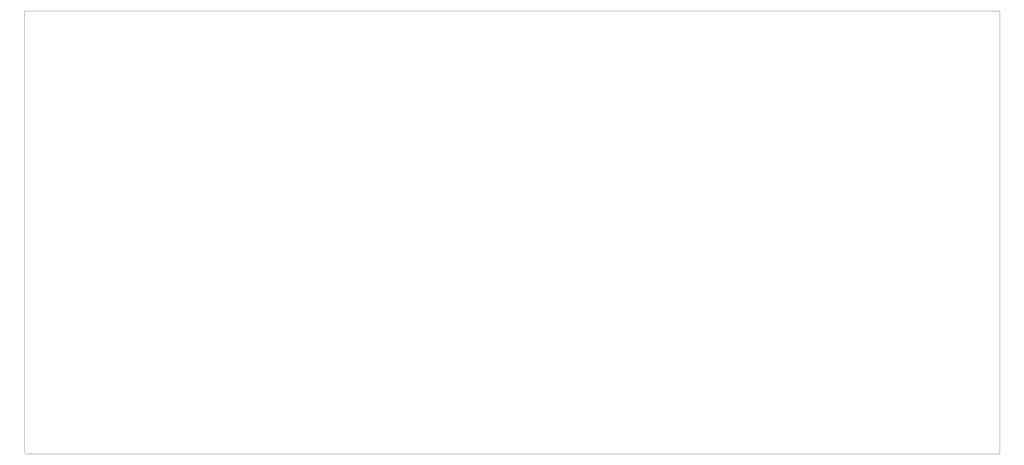
<source format=gbr>
%FSTAX23Y23*%
%MOIN*%
%SFA1B1*%

%IPPOS*%
%ADD144C,0.001000*%
%LNlv1_profile-1*%
%LPD*%
G54D144*
X0953Y0433D02*
X00866Y0433D01*
X00866Y0433*
Y0041*
Y00407*
X0088Y00393*
X09529*
X0953Y0433*
M02*
</source>
